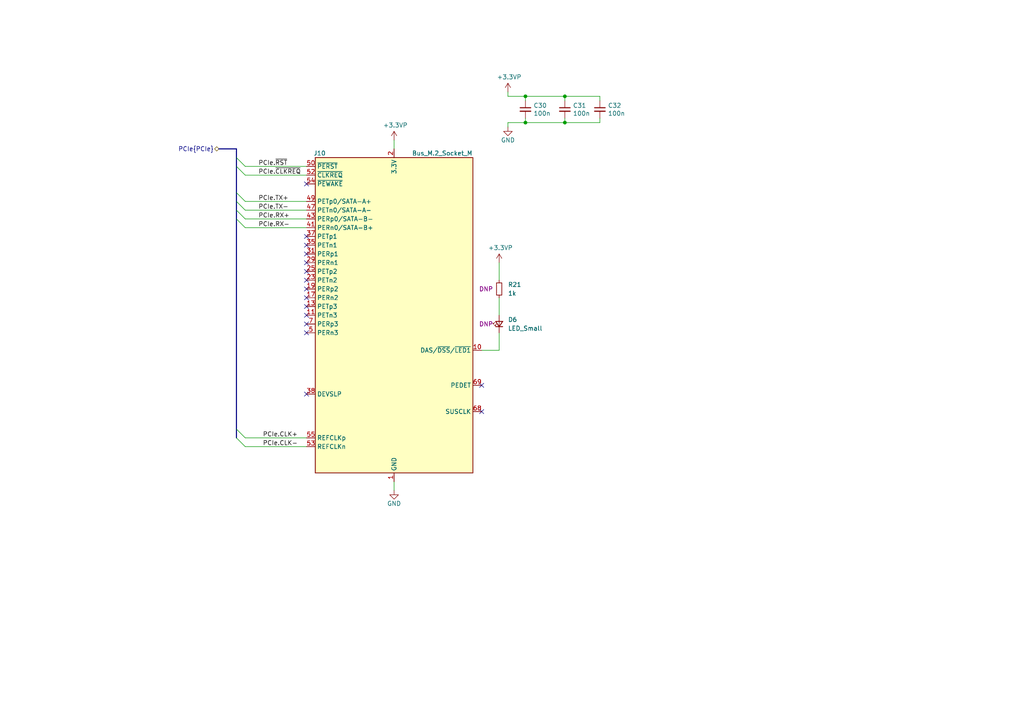
<source format=kicad_sch>
(kicad_sch (version 20210126) (generator eeschema)
  (paper "A4")
  (title_block (date "2021-01-12") (rev "0.1") (company "Nabu Casa") (comment 1 "www.nabucasa.com") (comment 2 "Light Blue"))
  (lib_symbols
    (symbol "Connector:Bus_M.2_Socket_M"
      (property "Reference" "J" (at -22.86 46.99 0))
      (property "Value" "Bus_M.2_Socket_M" (at 16.51 46.99 0))
      (symbol "Bus_M.2_Socket_M_0_1"
        (rectangle (start -22.86 45.72) (end 22.86 -45.72) (stroke (width 0.254)) (fill (type background)))
      )
      (symbol "Bus_M.2_Socket_M_1_1"
        (pin power_in line (at 0 -48.26 90) (length 2.54) (name "GND") (number "1"))
        (pin bidirectional line (at 25.4 -10.16 180) (length 2.54) (name "DAS/~DSS~/~LED1") (number "10"))
        (pin output line (at -25.4 0 0) (length 2.54) (name "PETn3") (number "11"))
        (pin passive line (at 0 48.26 270) (length 2.54) hide (name "3.3V") (number "12"))
        (pin output line (at -25.4 2.54 0) (length 2.54) (name "PETp3") (number "13"))
        (pin passive line (at 0 48.26 270) (length 2.54) hide (name "3.3V") (number "14"))
        (pin passive line (at 0 -48.26 90) (length 2.54) hide (name "GND") (number "15"))
        (pin passive line (at 0 48.26 270) (length 2.54) hide (name "3.3V") (number "16"))
        (pin input line (at -25.4 5.08 0) (length 2.54) (name "PERn2") (number "17"))
        (pin passive line (at 0 48.26 270) (length 2.54) hide (name "3.3V") (number "18"))
        (pin input line (at -25.4 7.62 0) (length 2.54) (name "PERp2") (number "19"))
        (pin power_in line (at 0 48.26 270) (length 2.54) (name "3.3V") (number "2"))
        (pin no_connect line (at 22.86 2.54 180) (length 2.54) hide (name "NC") (number "20"))
        (pin passive line (at 0 -48.26 90) (length 2.54) hide (name "GND") (number "21"))
        (pin no_connect line (at 22.86 5.08 180) (length 2.54) hide (name "NC") (number "22"))
        (pin output line (at -25.4 10.16 0) (length 2.54) (name "PETn2") (number "23"))
        (pin no_connect line (at 22.86 7.62 180) (length 2.54) hide (name "NC") (number "24"))
        (pin output line (at -25.4 12.7 0) (length 2.54) (name "PETp2") (number "25"))
        (pin no_connect line (at 22.86 10.16 180) (length 2.54) hide (name "NC") (number "26"))
        (pin passive line (at 0 -48.26 90) (length 2.54) hide (name "GND") (number "27"))
        (pin no_connect line (at 22.86 12.7 180) (length 2.54) hide (name "NC") (number "28"))
        (pin input line (at -25.4 15.24 0) (length 2.54) (name "PERn1") (number "29"))
        (pin passive line (at 0 -48.26 90) (length 2.54) hide (name "GND") (number "3"))
        (pin no_connect line (at 22.86 15.24 180) (length 2.54) hide (name "NC") (number "30"))
        (pin input line (at -25.4 17.78 0) (length 2.54) (name "PERp1") (number "31"))
        (pin no_connect line (at 22.86 17.78 180) (length 2.54) hide (name "NC") (number "32"))
        (pin passive line (at 0 -48.26 90) (length 2.54) hide (name "GND") (number "33"))
        (pin no_connect line (at 22.86 20.32 180) (length 2.54) hide (name "NC") (number "34"))
        (pin output line (at -25.4 20.32 0) (length 2.54) (name "PETn1") (number "35"))
        (pin no_connect line (at 22.86 22.86 180) (length 2.54) hide (name "NC") (number "36"))
        (pin output line (at -25.4 22.86 0) (length 2.54) (name "PETp1") (number "37"))
        (pin output line (at -25.4 -22.86 0) (length 2.54) (name "DEVSLP") (number "38"))
        (pin passive line (at 0 -48.26 90) (length 2.54) hide (name "GND") (number "39"))
        (pin passive line (at 0 48.26 270) (length 2.54) hide (name "3.3V") (number "4"))
        (pin no_connect line (at 22.86 25.4 180) (length 2.54) hide (name "NC") (number "40"))
        (pin input line (at -25.4 25.4 0) (length 2.54) (name "PERn0/SATA-B+") (number "41"))
        (pin no_connect line (at 22.86 27.94 180) (length 2.54) hide (name "NC") (number "42"))
        (pin input line (at -25.4 27.94 0) (length 2.54) (name "PERp0/SATA-B-") (number "43"))
        (pin no_connect line (at 22.86 30.48 180) (length 2.54) hide (name "NC") (number "44"))
        (pin passive line (at 0 -48.26 90) (length 2.54) hide (name "GND") (number "45"))
        (pin no_connect line (at 22.86 33.02 180) (length 2.54) hide (name "NC") (number "46"))
        (pin output line (at -25.4 30.48 0) (length 2.54) (name "PETn0/SATA-A-") (number "47"))
        (pin no_connect line (at 22.86 35.56 180) (length 2.54) hide (name "NC") (number "48"))
        (pin output line (at -25.4 33.02 0) (length 2.54) (name "PETp0/SATA-A+") (number "49"))
        (pin input line (at -25.4 -5.08 0) (length 2.54) (name "PERn3") (number "5"))
        (pin output line (at -25.4 43.18 0) (length 2.54) (name "~PERST") (number "50"))
        (pin passive line (at 0 -48.26 90) (length 2.54) hide (name "GND") (number "51"))
        (pin bidirectional line (at -25.4 40.64 0) (length 2.54) (name "~CLKREQ") (number "52"))
        (pin output line (at -25.4 -38.1 0) (length 2.54) (name "REFCLKn") (number "53"))
        (pin bidirectional line (at -25.4 38.1 0) (length 2.54) (name "~PEWAKE") (number "54"))
        (pin output line (at -25.4 -35.56 0) (length 2.54) (name "REFCLKp") (number "55"))
        (pin no_connect line (at 22.86 38.1 180) (length 2.54) hide (name "NC") (number "56"))
        (pin passive line (at 0 -48.26 90) (length 2.54) hide (name "GND") (number "57"))
        (pin no_connect line (at 22.86 40.64 180) (length 2.54) hide (name "NC") (number "58"))
        (pin no_connect line (at 22.86 -2.54 180) (length 2.54) hide (name "NC") (number "6"))
        (pin no_connect line (at 22.86 -5.08 180) (length 2.54) hide (name "NC") (number "67"))
        (pin output line (at 25.4 -27.94 180) (length 2.54) (name "SUSCLK") (number "68"))
        (pin passive line (at 25.4 -20.32 180) (length 2.54) (name "PEDET") (number "69"))
        (pin input line (at -25.4 -2.54 0) (length 2.54) (name "PERp3") (number "7"))
        (pin passive line (at 0 48.26 270) (length 2.54) hide (name "3.3V") (number "70"))
        (pin passive line (at 0 -48.26 90) (length 2.54) hide (name "GND") (number "71"))
        (pin passive line (at 0 48.26 270) (length 2.54) hide (name "3.3V") (number "72"))
        (pin passive line (at 0 -48.26 90) (length 2.54) hide (name "GND") (number "73"))
        (pin passive line (at 0 48.26 270) (length 2.54) hide (name "3.3V") (number "74"))
        (pin passive line (at 0 -48.26 90) (length 2.54) hide (name "GND") (number "75"))
        (pin no_connect line (at 22.86 0 180) (length 2.54) hide (name "NC") (number "8"))
        (pin passive line (at 0 -48.26 90) (length 2.54) hide (name "GND") (number "9"))
      )
    )
    (symbol "Device:C_Small" (pin_numbers hide) (pin_names (offset 0.254) hide)
      (property "Reference" "C" (at 0.254 1.778 0))
      (property "Value" "C_Small" (at 0.254 -2.032 0))
      (symbol "C_Small_0_1"
        (polyline (pts (xy -1.524 -0.508) (xy 1.524 -0.508)) (stroke (width 0.3302)))
        (polyline (pts (xy -1.524 0.508) (xy 1.524 0.508)) (stroke (width 0.3048)))
      )
      (symbol "C_Small_1_1"
        (pin passive line (at 0 2.54 270) (length 2.032) (name "~") (number "1"))
        (pin passive line (at 0 -2.54 90) (length 2.032) (name "~") (number "2"))
      )
    )
    (symbol "Device:LED_Small" (pin_numbers hide) (pin_names (offset 0.254) hide)
      (property "Reference" "D" (at -1.27 3.175 0))
      (property "Value" "LED_Small" (at -4.445 -2.54 0))
      (symbol "LED_Small_0_1"
        (polyline (pts (xy -0.762 -1.016) (xy -0.762 1.016)) (stroke (width 0.254)))
        (polyline (pts (xy 1.016 0) (xy -0.762 0)))
        (polyline (pts (xy 0.762 -1.016) (xy -0.762 0) (xy 0.762 1.016) (xy 0.762 -1.016)) (stroke (width 0.254)))
        (polyline (pts (xy 0 0.762) (xy -0.508 1.27) (xy -0.254 1.27) (xy -0.508 1.27) (xy -0.508 1.016)))
        (polyline (pts (xy 0.508 1.27) (xy 0 1.778) (xy 0.254 1.778) (xy 0 1.778) (xy 0 1.524)))
      )
      (symbol "LED_Small_1_1"
        (pin passive line (at -2.54 0 0) (length 1.778) (name "K") (number "1"))
        (pin passive line (at 2.54 0 180) (length 1.778) (name "A") (number "2"))
      )
    )
    (symbol "Device:R_Small" (pin_numbers hide) (pin_names (offset 0.254) hide)
      (property "Reference" "R" (at 0.762 0.508 0))
      (property "Value" "R_Small" (at 0.762 -1.016 0))
      (symbol "R_Small_0_1"
        (rectangle (start -0.762 1.778) (end 0.762 -1.778) (stroke (width 0.2032)))
      )
      (symbol "R_Small_1_1"
        (pin passive line (at 0 2.54 270) (length 0.762) (name "~") (number "1"))
        (pin passive line (at 0 -2.54 90) (length 0.762) (name "~") (number "2"))
      )
    )
    (symbol "power:+3.3VP" (power) (pin_names (offset 0))
      (property "Value" "+3.3VP" (at 0 2.54 0))
      (symbol "+3.3VP_0_0"
        (pin power_in line (at 0 0 90) (length 0) hide (name "+3.3VP") (number "1"))
      )
      (symbol "+3.3VP_0_1"
        (polyline (pts (xy -0.762 1.27) (xy 0 2.54)))
        (polyline (pts (xy 0 0) (xy 0 2.54)))
        (polyline (pts (xy 0 2.54) (xy 0.762 1.27)))
      )
    )
    (symbol "power:GND" (power) (pin_names (offset 0))
      (property "Value" "GND" (at 0 -3.81 0))
      (symbol "GND_0_1"
        (polyline (pts (xy 0 0) (xy 0 -1.27) (xy 1.27 -1.27) (xy 0 -2.54) (xy -1.27 -1.27) (xy 0 -1.27)))
      )
      (symbol "GND_1_1"
        (pin power_in line (at 0 0 270) (length 0) hide (name "GND") (number "1"))
      )
    )
  )
  (junction (at 152.4 27.94) (diameter 0.9144))
  (junction (at 152.4 35.56) (diameter 0.9144))
  (junction (at 163.83 27.94) (diameter 0.9144))
  (junction (at 163.83 35.56) (diameter 0.9144))
  (no_connect (at 88.9 53.34))
  (no_connect (at 88.9 68.58))
  (no_connect (at 88.9 71.12))
  (no_connect (at 88.9 73.66))
  (no_connect (at 88.9 76.2))
  (no_connect (at 88.9 78.74))
  (no_connect (at 88.9 81.28))
  (no_connect (at 88.9 83.82))
  (no_connect (at 88.9 86.36))
  (no_connect (at 88.9 88.9))
  (no_connect (at 88.9 91.44))
  (no_connect (at 88.9 93.98))
  (no_connect (at 88.9 96.52))
  (no_connect (at 88.9 114.3))
  (no_connect (at 139.7 111.76))
  (no_connect (at 139.7 119.38))
  (bus_entry (at 68.58 45.72) (size 2.54 2.54) (stroke (width 0.1524)))
  (bus_entry (at 68.58 48.26) (size 2.54 2.54) (stroke (width 0.1524)))
  (bus_entry (at 68.58 55.88) (size 2.54 2.54) (stroke (width 0.1524)))
  (bus_entry (at 68.58 58.42) (size 2.54 2.54) (stroke (width 0.1524)))
  (bus_entry (at 68.58 60.96) (size 2.54 2.54) (stroke (width 0.1524)))
  (bus_entry (at 68.58 63.5) (size 2.54 2.54) (stroke (width 0.1524)))
  (bus_entry (at 68.58 124.46) (size 2.54 2.54) (stroke (width 0.1524)))
  (bus_entry (at 68.58 127) (size 2.54 2.54) (stroke (width 0.1524)))
  (wire (pts (xy 71.12 48.26) (xy 88.9 48.26)))
  (wire (pts (xy 71.12 50.8) (xy 88.9 50.8)))
  (wire (pts (xy 71.12 58.42) (xy 88.9 58.42)))
  (wire (pts (xy 71.12 60.96) (xy 88.9 60.96)))
  (wire (pts (xy 71.12 63.5) (xy 88.9 63.5)))
  (wire (pts (xy 71.12 66.04) (xy 88.9 66.04)))
  (wire (pts (xy 71.12 127) (xy 88.9 127)))
  (wire (pts (xy 71.12 129.54) (xy 88.9 129.54)))
  (wire (pts (xy 114.3 40.64) (xy 114.3 43.18)))
  (wire (pts (xy 114.3 139.7) (xy 114.3 142.24)))
  (wire (pts (xy 139.7 101.6) (xy 144.78 101.6)))
  (wire (pts (xy 144.78 76.2) (xy 144.78 81.28)))
  (wire (pts (xy 144.78 86.36) (xy 144.78 91.44)))
  (wire (pts (xy 144.78 96.52) (xy 144.78 101.6)))
  (wire (pts (xy 147.32 26.67) (xy 147.32 27.94)))
  (wire (pts (xy 147.32 27.94) (xy 152.4 27.94)))
  (wire (pts (xy 147.32 35.56) (xy 147.32 36.83)))
  (wire (pts (xy 147.32 35.56) (xy 152.4 35.56)))
  (wire (pts (xy 152.4 27.94) (xy 152.4 29.21)))
  (wire (pts (xy 152.4 27.94) (xy 163.83 27.94)))
  (wire (pts (xy 152.4 34.29) (xy 152.4 35.56)))
  (wire (pts (xy 152.4 35.56) (xy 163.83 35.56)))
  (wire (pts (xy 163.83 27.94) (xy 163.83 29.21)))
  (wire (pts (xy 163.83 27.94) (xy 173.99 27.94)))
  (wire (pts (xy 163.83 34.29) (xy 163.83 35.56)))
  (wire (pts (xy 163.83 35.56) (xy 173.99 35.56)))
  (wire (pts (xy 173.99 27.94) (xy 173.99 29.21)))
  (wire (pts (xy 173.99 34.29) (xy 173.99 35.56)))
  (bus (pts (xy 63.5 43.18) (xy 68.58 43.18)))
  (bus (pts (xy 68.58 43.18) (xy 68.58 45.72)))
  (bus (pts (xy 68.58 45.72) (xy 68.58 48.26)))
  (bus (pts (xy 68.58 48.26) (xy 68.58 55.88)))
  (bus (pts (xy 68.58 55.88) (xy 68.58 58.42)))
  (bus (pts (xy 68.58 58.42) (xy 68.58 60.96)))
  (bus (pts (xy 68.58 60.96) (xy 68.58 63.5)))
  (bus (pts (xy 68.58 63.5) (xy 68.58 124.46)))
  (bus (pts (xy 68.58 124.46) (xy 68.58 127)))
  (label "PCIe.~RST" (at 74.93 48.26 0))
  (label "PCIe.~CLKREQ" (at 74.93 50.8 0))
  (label "PCIe.TX+" (at 74.93 58.42 0))
  (label "PCIe.TX-" (at 74.93 60.96 0))
  (label "PCIe.RX+" (at 74.93 63.5 0))
  (label "PCIe.RX-" (at 74.93 66.04 0))
  (label "PCIe.CLK+" (at 76.2 127 0))
  (label "PCIe.CLK-" (at 76.2 129.54 0))
  (hierarchical_label "PCIe{PCIe}" (shape bidirectional) (at 63.5 43.18 180))
  (symbol (lib_id "power:+3.3VP") (at 114.3 40.64 0) (unit 1)
    (property "Reference" "#PWR0186" (effects hide))
    (property "Value" "+3.3VP" (at 114.6683 36.3156 0))
  )
  (symbol (lib_id "power:+3.3VP") (at 144.78 76.2 0) (unit 1)
    (property "Reference" "#PWR0187" (effects hide))
    (property "Value" "+3.3VP" (at 145.1483 71.8756 0))
  )
  (symbol (lib_id "power:+3.3VP") (at 147.32 26.67 0) (unit 1)
    (property "Reference" "#PWR0185" (effects hide))
    (property "Value" "+3.3VP" (at 147.6883 22.3456 0))
  )
  (symbol (lib_id "power:GND") (at 114.3 142.24 0) (unit 1)
    (property "Reference" "#PWR0189" (effects hide))
    (property "Value" "GND" (at 114.3 146.05 0))
  )
  (symbol (lib_id "power:GND") (at 147.32 36.83 0) (unit 1)
    (property "Reference" "#PWR0188" (effects hide))
    (property "Value" "GND" (at 147.32 40.64 0))
  )
  (symbol (lib_id "Device:R_Small") (at 144.78 83.82 0) (unit 1)
    (property "Reference" "R21" (at 147.32 82.55 0) (effects (justify left)))
    (property "Value" "1k" (at 147.32 85.09 0) (effects (justify left)))
    (property "Footprint" "Resistor_SMD:R_0402_1005Metric" (effects hide))
    (property "Config" "DNP" (at 140.97 83.82 0))
  )
  (symbol (lib_id "Device:LED_Small") (at 144.78 93.98 90) (unit 1)
    (property "Reference" "D6" (at 147.32 92.71 90) (effects (justify right)))
    (property "Value" "LED_Small" (at 147.32 95.25 90) (effects (justify right)))
    (property "Footprint" "LED_SMD:LED_0603_1608Metric" (effects hide))
    (property "Config" "DNP" (at 140.97 93.98 90))
    (property "Manufacturer" "Lite-On" (effects hide))
    (property "PartNumber" "LTST-C191TBKT" (effects hide))
  )
  (symbol (lib_id "Device:C_Small") (at 152.4 31.75 0) (unit 1)
    (property "Reference" "C30" (at 154.7242 30.6006 0) (effects (justify left)))
    (property "Value" "100n" (at 154.724 32.899 0) (effects (justify left)))
    (property "Footprint" "Capacitor_SMD:C_0402_1005Metric" (effects hide))
  )
  (symbol (lib_id "Device:C_Small") (at 163.83 31.75 0) (unit 1)
    (property "Reference" "C31" (at 166.1542 30.6006 0) (effects (justify left)))
    (property "Value" "100n" (at 166.154 32.899 0) (effects (justify left)))
    (property "Footprint" "Capacitor_SMD:C_0402_1005Metric" (effects hide))
  )
  (symbol (lib_id "Device:C_Small") (at 173.99 31.75 0) (unit 1)
    (property "Reference" "C32" (at 176.3142 30.6006 0) (effects (justify left)))
    (property "Value" "100n" (at 176.314 32.899 0) (effects (justify left)))
    (property "Footprint" "Capacitor_SMD:C_0402_1005Metric" (effects hide))
  )
  (symbol (lib_id "Connector:Bus_M.2_Socket_M") (at 114.3 91.44 0) (unit 1)
    (property "Reference" "J10" (at 92.71 44.45 0))
    (property "Value" "Bus_M.2_Socket_M" (at 128.27 44.45 0))
    (property "Footprint" "LightBlue:TE_1-2199230-3_Bus_M.2_M_H4.2mm_P0.5mm_2280_Horizontal" (effects hide))
    (property "Datasheet" "http://read.pudn.com/downloads794/doc/project/3133918/PCIe_M.2_Electromechanical_Spec_Rev1.0_Final_11012013_RS_Clean.pdf#page=155" (effects hide))
    (property "Manufacturer" "TE" (effects hide))
    (property "PartNumber" "1-2199119-5" (effects hide))
  )
)
</source>
